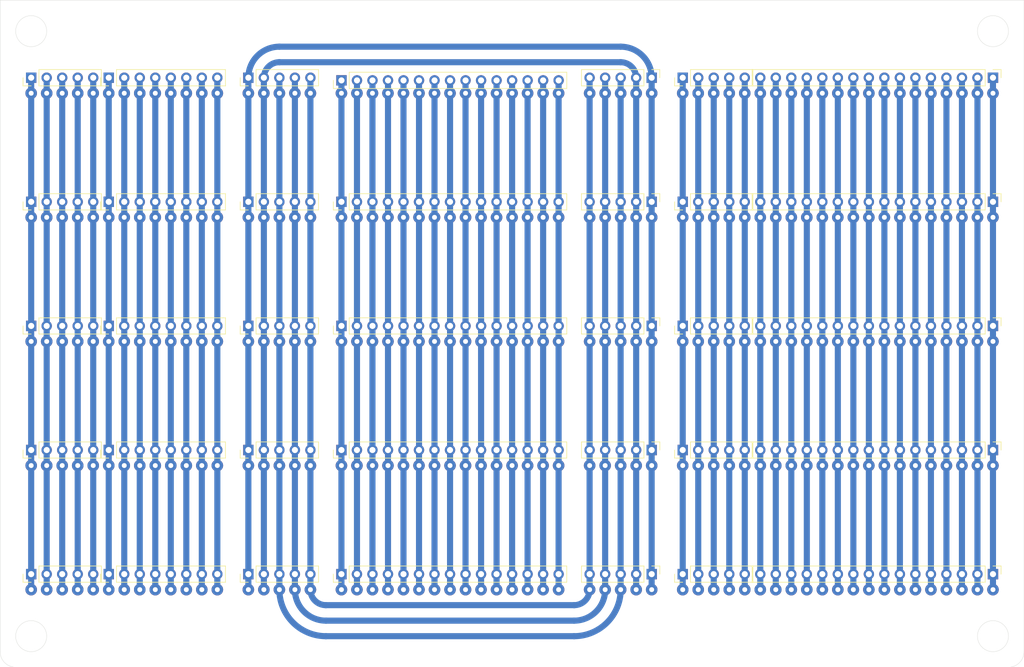
<source format=kicad_pcb>
(kicad_pcb (version 20241229) (generator "pcbnew") (generator_version "9.0")
  (layers (0 "F.Cu" signal) (2 "B.Cu" signal) (13 "F.Paste" user) (15 "B.Paste" user) (5 "F.SilkS" user "F.Silkscreen") (7 "B.SilkS" user "B.Silkscreen") (1 "F.Mask" user) (3 "B.Mask" user) (25 "Edge.Cuts" user))
  (net 0 "")
  (net 1 "Net-(J1-Pin_8)")
  (net 2 "Net-(J1-Pin_2)")
  (net 3 "Net-(J1-Pin_7)")
  (net 4 "Net-(J1-Pin_5)")
  (net 5 "Net-(J1-Pin_3)")
  (net 6 "Net-(J1-Pin_6)")
  (net 7 "Net-(J1-Pin_1)")
  (net 8 "Net-(J1-Pin_4)")
  (net 9 "Net-(J11-Pin_9)")
  (net 10 "Net-(J11-Pin_14)")
  (net 11 "Net-(J11-Pin_13)")
  (net 12 "Net-(J11-Pin_5)")
  (net 13 "Net-(J11-Pin_6)")
  (net 14 "Net-(J11-Pin_1)")
  (net 15 "Net-(J11-Pin_7)")
  (net 16 "Net-(J11-Pin_3)")
  (net 17 "Net-(J11-Pin_15)")
  (net 18 "Net-(J11-Pin_10)")
  (net 19 "Net-(J11-Pin_11)")
  (net 20 "Net-(J11-Pin_4)")
  (net 21 "Net-(J11-Pin_12)")
  (net 22 "Net-(J11-Pin_2)")
  (net 23 "Net-(J11-Pin_8)")
  (net 24 "Net-(J14-Pin_3)")
  (net 25 "Net-(J14-Pin_16)")
  (net 26 "Net-(J14-Pin_6)")
  (net 27 "Net-(J14-Pin_12)")
  (net 28 "Net-(J14-Pin_10)")
  (net 29 "Net-(J14-Pin_15)")
  (net 30 "Net-(J14-Pin_2)")
  (net 31 "Net-(J14-Pin_1)")
  (net 32 "Net-(J14-Pin_14)")
  (net 33 "Net-(J14-Pin_9)")
  (net 34 "Net-(J14-Pin_5)")
  (net 35 "Net-(J14-Pin_11)")
  (net 36 "Net-(J14-Pin_13)")
  (net 37 "Net-(J14-Pin_8)")
  (net 38 "Net-(J14-Pin_7)")
  (net 39 "Net-(J14-Pin_4)")
  (net 40 "Net-(J13-Pin_5)")
  (net 41 "Net-(J13-Pin_3)")
  (net 42 "Net-(J13-Pin_2)")
  (net 43 "Net-(J13-Pin_1)")
  (net 44 "Net-(J13-Pin_4)")
  (net 45 "Net-(J10-Pin_3)")
  (net 46 "Net-(J10-Pin_5)")
  (net 47 "Net-(J10-Pin_4)")
  (net 48 "Net-(J10-Pin_1)")
  (net 49 "Net-(J10-Pin_2)")
  (net 50 "Net-(J15-Pin_2)")
  (net 51 "Net-(J15-Pin_1)")
  (net 52 "Net-(J15-Pin_5)")
  (net 53 "Net-(J15-Pin_4)")
  (net 54 "Net-(J15-Pin_3)")
  (footprint "Connector_PinHeader_2.54mm:PinHeader_1x05_P2.54mm_Vertical" (layer "F.Cu") (at 83.82 106.68 90)
    (property "Reference" "J29" (hide yes))
    (property "Value" "Conn_01x05_Pin" (hide yes))
  )
  (footprint "Connector_PinHeader_2.54mm:PinHeader_1x05_P2.54mm_Vertical" (layer "F.Cu") (at 185.415 45.72 -90)
    (property "Reference" "J10" (hide yes))
    (property "Value" "Conn_01x05_Pin" (hide yes))
  )
  (footprint "Connector_PinHeader_2.54mm:PinHeader_1x15_P2.54mm_Vertical" (layer "F.Cu") (at 134.625 86.36 90)
    (property "Reference" "J25" (hide yes))
    (property "Value" "Conn_01x15_Pin" (hide yes))
  )
  (footprint "Connector_PinHeader_2.54mm:PinHeader_1x05_P2.54mm_Vertical" (layer "F.Cu") (at 119.38 86.36 90)
    (property "Reference" "J31" (hide yes))
    (property "Value" "Conn_01x05_Pin" (hide yes))
  )
  (footprint "Connector_PinHeader_2.54mm:PinHeader_1x05_P2.54mm_Vertical" (layer "F.Cu") (at 119.38 45.72 90)
    (property "Reference" "J19" (hide yes))
    (property "Value" "Conn_01x05_Pin" (hide yes))
  )
  (footprint "Connector_PinHeader_2.54mm:PinHeader_1x05_P2.54mm_Vertical" (layer "F.Cu") (at 190.5 86.36 90)
    (property "Reference" "J27" (hide yes))
    (property "Value" "Conn_01x05_Pin" (hide yes))
  )
  (footprint "Connector_PinHeader_2.54mm:PinHeader_1x16_P2.54mm_Vertical" (layer "F.Cu") (at 241.3 66.04 -90)
    (property "Reference" "J21" (hide yes))
    (property "Value" "Conn_01x16_Pin" (hide yes))
  )
  (footprint "Connector_PinHeader_2.54mm:PinHeader_1x05_P2.54mm_Vertical" (layer "F.Cu") (at 190.5 127 90)
    (property "Reference" "J4" (hide yes))
    (property "Value" "Conn_01x05_Pin" (hide yes))
  )
  (footprint "Connector_PinHeader_2.54mm:PinHeader_1x05_P2.54mm_Vertical" (layer "F.Cu") (at 119.38 106.68 90)
    (property "Reference" "J33" (hide yes))
    (property "Value" "Conn_01x05_Pin" (hide yes))
  )
  (footprint "Connector_PinHeader_2.54mm:PinHeader_1x15_P2.54mm_Vertical" (layer "F.Cu") (at 134.625 46.155 90)
    (property "Reference" "J11" (hide yes))
    (property "Value" "Conn_01x15_Pin" (hide yes))
  )
  (footprint "Connector_PinHeader_2.54mm:PinHeader_1x05_P2.54mm_Vertical" (layer "F.Cu") (at 190.5 106.68 90)
    (property "Reference" "J34" (hide yes))
    (property "Value" "Conn_01x05_Pin" (hide yes))
  )
  (footprint "Connector_PinHeader_2.54mm:PinHeader_1x08_P2.54mm_Vertical" (layer "F.Cu") (at 96.52 86.36 90)
    (property "Reference" "J23" (hide yes))
    (property "Value" "Conn_01x08_Pin" (hide yes))
  )
  (footprint "Connector_PinHeader_2.54mm:PinHeader_1x05_P2.54mm_Vertical" (layer "F.Cu") (at 83.82 66.04 90)
    (property "Reference" "J15" (hide yes))
    (property "Value" "Conn_01x05_Pin" (hide yes))
  )
  (footprint "Connector_PinHeader_2.54mm:PinHeader_1x05_P2.54mm_Vertical" (layer "F.Cu") (at 119.38 66.04 90)
    (property "Reference" "J26" (hide yes))
    (property "Value" "Conn_01x05_Pin" (hide yes))
  )
  (footprint "Connector_PinHeader_2.54mm:PinHeader_1x05_P2.54mm_Vertical" (layer "F.Cu") (at 190.5 66.04 90)
    (property "Reference" "J20" (hide yes))
    (property "Value" "Conn_01x05_Pin" (hide yes))
  )
  (footprint "Connector_PinHeader_2.54mm:PinHeader_1x16_P2.54mm_Vertical" (layer "F.Cu") (at 241.3 45.72 -90)
    (property "Reference" "J14" (hide yes))
    (property "Value" "Conn_01x16_Pin" (hide yes))
  )
  (footprint "Connector_PinHeader_2.54mm:PinHeader_1x15_P2.54mm_Vertical" (layer "F.Cu") (at 134.62 127 90)
    (property "Reference" "J2" (hide yes))
    (property "Value" "Conn_01x15_Pin" (hide yes))
  )
  (footprint "Connector_PinHeader_2.54mm:PinHeader_1x08_P2.54mm_Vertical" (layer "F.Cu") (at 96.52 45.72 90)
    (property "Reference" "J9" (hide yes))
    (property "Value" "Conn_01x08_Pin" (hide yes))
  )
  (footprint "Connector_PinHeader_2.54mm:PinHeader_1x05_P2.54mm_Vertical" (layer "F.Cu") (at 185.415 66.04 -90)
    (property "Reference" "J12" (hide yes))
    (property "Value" "Conn_01x05_Pin" (hide yes))
  )
  (footprint "Connector_PinHeader_2.54mm:PinHeader_1x05_P2.54mm_Vertical" (layer "F.Cu") (at 83.82 86.36 90)
    (property "Reference" "J22" (hide yes))
    (property "Value" "Conn_01x05_Pin" (hide yes))
  )
  (footprint "Connector_PinHeader_2.54mm:PinHeader_1x08_P2.54mm_Vertical" (layer "F.Cu") (at 96.52 106.68 90)
    (property "Reference" "J30" (hide yes))
    (property "Value" "Conn_01x08_Pin" (hide yes))
  )
  (footprint "Connector_PinHeader_2.54mm:PinHeader_1x05_P2.54mm_Vertical" (layer "F.Cu") (at 83.82 45.72 90)
    (property "Reference" "J8" (hide yes))
    (property "Value" "Conn_01x05_Pin" (hide yes))
  )
  (footprint "Connector_PinHeader_2.54mm:PinHeader_1x05_P2.54mm_Vertical" (layer "F.Cu") (at 119.38 127 90)
    (property "Reference" "J5" (hide yes))
    (property "Value" "Conn_01x05_Pin" (hide yes))
  )
  (footprint "Connector_PinHeader_2.54mm:PinHeader_1x16_P2.54mm_Vertical" (layer "F.Cu") (at 241.3 106.68 -90)
    (property "Reference" "J35" (hide yes))
    (property "Value" "Conn_01x16_Pin" (hide yes))
  )
  (footprint "Connector_PinHeader_2.54mm:PinHeader_1x05_P2.54mm_Vertical" (layer "F.Cu") (at 83.82 127 90)
    (property "Reference" "J7" (hide yes))
    (property "Value" "Conn_01x05_Pin" (hide yes))
  )
  (footprint "Connector_PinHeader_2.54mm:PinHeader_1x15_P2.54mm_Vertical" (layer "F.Cu") (at 134.62 106.68 90)
    (property "Reference" "J32" (hide yes))
    (property "Value" "Conn_01x15_Pin" (hide yes))
  )
  (footprint "Connector_PinHeader_2.54mm:PinHeader_1x15_P2.54mm_Vertical" (layer "F.Cu") (at 134.62 66.04 90)
    (property "Reference" "J18" (hide yes))
    (property "Value" "Conn_01x15_Pin" (hide yes))
  )
  (footprint "Connector_PinHeader_2.54mm:PinHeader_1x16_P2.54mm_Vertical" (layer "F.Cu") (at 241.3 86.36 -90)
    (property "Reference" "J28" (hide yes))
    (property "Value" "Conn_01x16_Pin" (hide yes))
  )
  (footprint "Connector_PinHeader_2.54mm:PinHeader_1x05_P2.54mm_Vertical" (layer "F.Cu") (at 190.5 45.72 90)
    (property "Reference" "J13" (hide yes))
    (property "Value" "Conn_01x05_Pin" (hide yes))
  )
  (footprint "Connector_PinHeader_2.54mm:PinHeader_1x08_P2.54mm_Vertical" (layer "F.Cu") (at 96.52 66.04 90)
    (property "Reference" "J16" (hide yes))
    (property "Value" "Conn_01x08_Pin" (hide yes))
  )
  (footprint "Connector_PinHeader_2.54mm:PinHeader_1x05_P2.54mm_Vertical" (layer "F.Cu") (at 185.42 127 -90)
    (property "Reference" "J6" (hide yes))
    (property "Value" "Conn_01x05_Pin" (hide yes))
  )
  (footprint "Connector_PinHeader_2.54mm:PinHeader_1x16_P2.54mm_Vertical" (layer "F.Cu") (at 241.3 127 -90)
    (property "Reference" "J3" (hide yes))
    (property "Value" "Conn_01x16_Pin" (hide yes))
  )
  (footprint "Connector_PinHeader_2.54mm:PinHeader_1x05_P2.54mm_Vertical" (layer "F.Cu") (at 185.42 106.68 -90)
    (property "Reference" "J24" (hide yes))
    (property "Value" "Conn_01x05_Pin" (hide yes))
  )
  (footprint "Connector_PinHeader_2.54mm:PinHeader_1x05_P2.54mm_Vertical" (layer "F.Cu") (at 185.42 86.36 -90)
    (property "Reference" "J17" (hide yes))
    (property "Value" "Conn_01x05_Pin" (hide yes))
  )
  (footprint "Connector_PinHeader_2.54mm:PinHeader_1x08_P2.54mm_Vertical" (layer "F.Cu") (at 96.52 127 90)
    (property "Reference" "J1" (hide yes))
    (property "Value" "Conn_01x08_Pin" (hide yes))
  )
  (gr_arc (start 81.28 142.24) (mid 79.483949 141.496051) (end 78.74 139.7) (stroke (width 0.05)) (layer "Edge.Cuts"))
  (gr_line (start 243.84 142.24) (end 241.3 142.24) (stroke (width 0.05)) (layer "Edge.Cuts"))
  (gr_line (start 78.74 134.62) (end 78.74 139.7) (stroke (width 0.05)) (layer "Edge.Cuts"))
  (gr_circle (center 83.82 137.16) (end 81.28 137.16) (stroke (width 0.05)) (fill no) (layer "Edge.Cuts"))
  (gr_line (start 78.74 35.56) (end 78.74 134.62) (stroke (width 0.05)) (layer "Edge.Cuts"))
  (gr_line (start 78.74 35.56) (end 78.74 33.02) (stroke (width 0.05)) (layer "Edge.Cuts"))
  (gr_line (start 81.28 142.24) (end 241.3 142.24) (stroke (width 0.05)) (layer "Edge.Cuts"))
  (gr_circle (center 241.3 38.1) (end 238.76 38.1) (stroke (width 0.05)) (fill no) (layer "Edge.Cuts"))
  (gr_line (start 246.38 35.56) (end 246.38 76.2) (stroke (width 0.05)) (layer "Edge.Cuts"))
  (gr_circle (center 241.3 137.16) (end 238.76 137.16) (stroke (width 0.05)) (fill no) (layer "Edge.Cuts"))
  (gr_line (start 78.74 33.02) (end 246.38 33.02) (stroke (width 0.05)) (layer "Edge.Cuts"))
  (gr_line (start 246.38 76.2) (end 246.38 139.7) (stroke (width 0.05)) (layer "Edge.Cuts"))
  (gr_circle (center 83.82 38.1) (end 81.28 38.1) (stroke (width 0.05)) (fill no) (layer "Edge.Cuts"))
  (gr_arc (start 246.38 139.7) (mid 245.636051 141.496051) (end 243.84 142.24) (stroke (width 0.05)) (layer "Edge.Cuts"))
  (gr_line (start 246.38 33.02) (end 246.38 35.56) (stroke (width 0.05)) (layer "Edge.Cuts"))
  (via (at 114.3 68.58) (size 1.9) (drill 0.8) (layers "F.Cu" "B.Cu") (net 1))
  (via (at 114.3 48.26) (size 1.9) (drill 0.8) (layers "F.Cu" "B.Cu") (net 1))
  (via (at 114.3 88.9) (size 1.9) (drill 0.8) (layers "F.Cu" "B.Cu") (net 1))
  (via (at 114.3 109.22) (size 1.9) (drill 0.8) (layers "F.Cu" "B.Cu") (net 1))
  (via (at 114.3 129.54) (size 1.9) (drill 0.8) (layers "F.Cu" "B.Cu") (net 1))
  (segment (start 114.3 129.54) (end 114.3 45.72) (width 1) (layer "B.Cu") (net 1))
  (via (at 99.06 88.9) (size 1.9) (drill 0.8) (layers "F.Cu" "B.Cu") (net 2))
  (via (at 99.06 48.26) (size 1.9) (drill 0.8) (layers "F.Cu" "B.Cu") (net 2))
  (via (at 99.06 68.58) (size 1.9) (drill 0.8) (layers "F.Cu" "B.Cu") (net 2))
  (via (at 99.06 129.54) (size 1.9) (drill 0.8) (layers "F.Cu" "B.Cu") (net 2))
  (via (at 99.06 109.22) (size 1.9) (drill 0.8) (layers "F.Cu" "B.Cu") (net 2))
  (segment (start 99.06 129.54) (end 99.06 45.72) (width 1) (layer "B.Cu") (net 2))
  (via (at 111.76 48.26) (size 1.9) (drill 0.8) (layers "F.Cu" "B.Cu") (net 3))
  (via (at 111.76 129.54) (size 1.9) (drill 0.8) (layers "F.Cu" "B.Cu") (net 3))
  (via (at 111.76 88.9) (size 1.9) (drill 0.8) (layers "F.Cu" "B.Cu") (net 3))
  (via (at 111.76 109.22) (size 1.9) (drill 0.8) (layers "F.Cu" "B.Cu") (net 3))
  (via (at 111.76 68.58) (size 1.9) (drill 0.8) (layers "F.Cu" "B.Cu") (net 3))
  (segment (start 111.76 45.72) (end 111.76 129.54) (width 1) (layer "B.Cu") (net 3))
  (via (at 106.68 88.9) (size 1.9) (drill 0.8) (layers "F.Cu" "B.Cu") (net 4))
  (via (at 106.68 68.58) (size 1.9) (drill 0.8) (layers "F.Cu" "B.Cu") (net 4))
  (via (at 106.68 129.54) (size 1.9) (drill 0.8) (layers "F.Cu" "B.Cu") (net 4))
  (via (at 106.68 109.22) (size 1.9) (drill 0.8) (layers "F.Cu" "B.Cu") (net 4))
  (via (at 106.68 48.26) (size 1.9) (drill 0.8) (layers "F.Cu" "B.Cu") (net 4))
  (segment (start 106.68 45.72) (end 106.68 129.54) (width 1) (layer "B.Cu") (net 4))
  (via (at 101.6 88.9) (size 1.9) (drill 0.8) (layers "F.Cu" "B.Cu") (net 5))
  (via (at 101.6 68.58) (size 1.9) (drill 0.8) (layers "F.Cu" "B.Cu") (net 5))
  (via (at 101.6 129.54) (size 1.9) (drill 0.8) (layers "F.Cu" "B.Cu") (net 5))
  (via (at 101.6 48.26) (size 1.9) (drill 0.8) (layers "F.Cu" "B.Cu") (net 5))
  (via (at 101.6 109.22) (size 1.9) (drill 0.8) (layers "F.Cu" "B.Cu") (net 5))
  (segment (start 101.6 45.72) (end 101.6 129.54) (width 1) (layer "B.Cu") (net 5))
  (via (at 109.22 48.26) (size 1.9) (drill 0.8) (layers "F.Cu" "B.Cu") (net 6))
  (via (at 109.22 68.58) (size 1.9) (drill 0.8) (layers "F.Cu" "B.Cu") (net 6))
  (via (at 109.22 88.9) (size 1.9) (drill 0.8) (layers "F.Cu" "B.Cu") (net 6))
  (via (at 109.22 109.22) (size 1.9) (drill 0.8) (layers "F.Cu" "B.Cu") (net 6))
  (via (at 109.22 129.54) (size 1.9) (drill 0.8) (layers "F.Cu" "B.Cu") (net 6))
  (segment (start 109.22 129.54) (end 109.22 45.72) (width 1) (layer "B.Cu") (net 6))
  (via (at 96.52 109.22) (size 1.9) (drill 0.8) (layers "F.Cu" "B.Cu") (net 7))
  (via (at 96.52 129.54) (size 1.9) (drill 0.8) (layers "F.Cu" "B.Cu") (net 7))
  (via (at 96.52 68.58) (size 1.9) (drill 0.8) (layers "F.Cu" "B.Cu") (net 7))
  (via (at 96.52 88.9) (size 1.9) (drill 0.8) (layers "F.Cu" "B.Cu") (net 7))
  (via (at 96.52 48.26) (size 1.9) (drill 0.8) (layers "F.Cu" "B.Cu") (net 7))
  (segment (start 96.52 45.72) (end 96.52 129.54) (width 1) (layer "B.Cu") (net 7))
  (via (at 104.14 88.9) (size 1.9) (drill 0.8) (layers "F.Cu" "B.Cu") (net 8))
  (via (at 104.14 129.54) (size 1.9) (drill 0.8) (layers "F.Cu" "B.Cu") (net 8))
  (via (at 104.14 68.58) (size 1.9) (drill 0.8) (layers "F.Cu" "B.Cu") (net 8))
  (via (at 104.14 48.26) (size 1.9) (drill 0.8) (layers "F.Cu" "B.Cu") (net 8))
  (via (at 104.14 109.22) (size 1.9) (drill 0.8) (layers "F.Cu" "B.Cu") (net 8))
  (segment (start 104.14 129.54) (end 104.14 45.72) (width 1) (layer "B.Cu") (net 8))
  (via (at 154.94 129.54) (size 1.9) (drill 0.8) (layers "F.Cu" "B.Cu") (net 9))
  (via (at 154.94 68.58) (size 1.9) (drill 0.8) (layers "F.Cu" "B.Cu") (net 9))
  (via (at 154.94 88.9) (size 1.9) (drill 0.8) (layers "F.Cu" "B.Cu") (net 9))
  (via (at 154.94 109.22) (size 1.9) (drill 0.8) (layers "F.Cu" "B.Cu") (net 9))
  (via (at 154.94 48.26) (size 1.9) (drill 0.8) (layers "F.Cu" "B.Cu") (net 9))
  (segment (start 154.94 46.16) (end 154.945 46.155) (width 1) (layer "B.Cu") (net 9))
  (segment (start 154.94 129.54) (end 154.94 46.16) (width 1) (layer "B.Cu") (net 9))
  (via (at 167.64 88.9) (size 1.9) (drill 0.8) (layers "F.Cu" "B.Cu") (net 10))
  (via (at 167.64 129.54) (size 1.9) (drill 0.8) (layers "F.Cu" "B.Cu") (net 10))
  (via (at 167.64 48.26) (size 1.9) (drill 0.8) (layers "F.Cu" "B.Cu") (net 10))
  (via (at 167.64 68.58) (size 1.9) (drill 0.8) (layers "F.Cu" "B.Cu") (net 10))
  (via (at 167.64 109.22) (size 1.9) (drill 0.8) (layers "F.Cu" "B.Cu") (net 10))
  (segment (start 167.645 129.535) (end 167.64 129.54) (width 1) (layer "B.Cu") (net 10))
  (segment (start 167.645 46.155) (end 167.645 129.535) (width 1) (layer "B.Cu") (net 10))
  (via (at 165.1 109.22) (size 1.9) (drill 0.8) (layers "F.Cu" "B.Cu") (net 11))
  (via (at 165.1 129.54) (size 1.9) (drill 0.8) (layers "F.Cu" "B.Cu") (net 11))
  (via (at 165.1 88.9) (size 1.9) (drill 0.8) (layers "F.Cu" "B.Cu") (net 11))
  (via (at 165.1 48.26) (size 1.9) (drill 0.8) (layers "F.Cu" "B.Cu") (net 11))
  (via (at 165.1 68.58) (size 1.9) (drill 0.8) (layers "F.Cu" "B.Cu") (net 11))
  (segment (start 165.1 129.54) (end 165.1 46.16) (width 1) (layer "B.Cu") (net 11))
  (segment (start 165.1 46.16) (end 165.105 46.155) (width 1) (layer "B.Cu") (net 11))
  (via (at 144.78 88.9) (size 1.9) (drill 0.8) (layers "F.Cu" "B.Cu") (net 12))
  (via (at 144.78 48.26) (size 1.9) (drill 0.8) (layers "F.Cu" "B.Cu") (net 12))
  (via (at 144.78 129.54) (size 1.9) (drill 0.8) (layers "F.Cu" "B.Cu") (net 12))
  (via (at 144.78 68.58) (size 1.9) (drill 0.8) (layers "F.Cu" "B.Cu") (net 12))
  (via (at 144.78 109.22) (size 1.9) (drill 0.8) (layers "F.Cu" "B.Cu") (net 12))
  (segment (start 144.78 129.54) (end 144.78 46.16) (width 1) (layer "B.Cu") (net 12))
  (segment (start 144.78 46.16) (end 144.785 46.155) (width 1) (layer "B.Cu") (net 12))
  (via (at 147.32 129.54) (size 1.9) (drill 0.8) (layers "F.Cu" "B.Cu") (net 13))
  (via (at 147.32 109.22) (size 1.9) (drill 0.8) (layers "F.Cu" "B.Cu") (net 13))
  (via (at 147.32 48.26) (size 1.9) (drill 0.8) (layers "F.Cu" "B.Cu") (net 13))
  (via (at 147.32 68.58) (size 1.9) (drill 0.8) (layers "F.Cu" "B.Cu") (net 13))
  (via (at 147.32 88.9) (size 1.9) (drill 0.8) (layers "F.Cu" "B.Cu") (net 13))
  (segment (start 147.325 46.155) (end 147.325 129.535) (width 1) (layer "B.Cu") (net 13))
  (segment (start 147.325 129.535) (end 147.32 129.54) (width 1) (layer "B.Cu") (net 13))
  (via (at 134.62 109.22) (size 1.9) (drill 0.8) (layers "F.Cu" "B.Cu") (net 14))
  (via (at 134.62 68.58) (size 1.9) (drill 0.8) (layers "F.Cu" "B.Cu") (net 14))
  (via (at 134.62 129.54) (size 1.9) (drill 0.8) (layers "F.Cu" "B.Cu") (net 14))
  (via (at 134.62 88.9) (size 1.9) (drill 0.8) (layers "F.Cu" "B.Cu") (net 14))
  (via (at 134.62 48.26) (size 1.9) (drill 0.8) (layers "F.Cu" "B.Cu") (net 14))
  (segment (start 134.62 129.54) (end 134.62 46.16) (width 1) (layer "B.Cu") (net 14))
  (segment (start 134.62 46.16) (end 134.625 46.155) (width 1) (layer "B.Cu") (net 14))
  (via (at 149.86 109.22) (size 1.9) (drill 0.8) (layers "F.Cu" "B.Cu") (net 15))
  (via (at 149.86 129.54) (size 1.9) (drill 0.8) (layers "F.Cu" "B.Cu") (net 15))
  (via (at 149.86 48.26) (size 1.9) (drill 0.8) (layers "F.Cu" "B.Cu") (net 15))
  (via (at 149.86 68.58) (size 1.9) (drill 0.8) (layers "F.Cu" "B.Cu") (net 15))
  (via (at 149.86 88.9) (size 1.9) (drill 0.8) (layers "F.Cu" "B.Cu") (net 15))
  (segment (start 149.86 129.54) (end 149.86 46.16) (width 1) (layer "B.Cu") (net 15))
  (segment (start 149.86 46.16) (end 149.865 46.155) (width 1) (layer "B.Cu") (net 15))
  (via (at 139.7 88.9) (size 1.9) (drill 0.8) (layers "F.Cu" "B.Cu") (net 16))
  (via (at 139.7 109.22) (size 1.9) (drill 0.8) (layers "F.Cu" "B.Cu") (net 16))
  (via (at 139.7 129.54) (size 1.9) (drill 0.8) (layers "F.Cu" "B.Cu") (net 16))
  (via (at 139.7 68.58) (size 1.9) (drill 0.8) (layers "F.Cu" "B.Cu") (net 16))
  (via (at 139.7 48.26) (size 1.9) (drill 0.8) (layers "F.Cu" "B.Cu") (net 16))
  (segment (start 139.7 46.16) (end 139.705 46.155) (width 1) (layer "B.Cu") (net 16))
  (segment (start 139.7 129.54) (end 139.7 46.16) (width 1) (layer "B.Cu") (net 16))
  (via (at 170.18 129.54) (size 1.9) (drill 0.8) (layers "F.Cu" "B.Cu") (net 17))
  (via (at 170.18 109.22) (size 1.9) (drill 0.8) (layers "F.Cu" "B.Cu") (net 17))
  (via (at 170.18 48.26) (size 1.9) (drill 0.8) (layers "F.Cu" "B.Cu") (net 17))
  (via (at 170.18 68.58) (size 1.9) (drill 0.8) (layers "F.Cu" "B.Cu") (net 17))
  (via (at 170.18 88.9) (size 1.9) (drill 0.8) (layers "F.Cu" "B.Cu") (net 17))
  (segment (start 170.18 46.16) (end 170.185 46.155) (width 1) (layer "B.Cu") (net 17))
  (segment (start 170.18 129.54) (end 170.18 46.16) (width 1) (layer "B.Cu") (net 17))
  (via (at 157.48 129.54) (size 1.9) (drill 0.8) (layers "F.Cu" "B.Cu") (net 18))
  (via (at 157.48 88.9) (size 1.9) (drill 0.8) (layers "F.Cu" "B.Cu") (net 18))
  (via (at 157.48 109.22) (size 1.9) (drill 0.8) (layers "F.Cu" "B.Cu") (net 18))
  (via (at 157.48 48.26) (size 1.9) (drill 0.8) (layers "F.Cu" "B.Cu") (net 18))
  (via (at 157.48 68.58) (size 1.9) (drill 0.8) (layers "F.Cu" "B.Cu") (net 18))
  (segment (start 157.485 46.155) (end 157.485 129.535) (width 1) (layer "B.Cu") (net 18))
  (segment (start 157.485 129.535) (end 157.48 129.54) (width 1) (layer "B.Cu") (net 18))
  (via (at 160.02 109.22) (size 1.9) (drill 0.8) (layers "F.Cu" "B.Cu") (net 19))
  (via (at 160.02 129.54) (size 1.9) (drill 0.8) (layers "F.Cu" "B.Cu") (net 19))
  (via (at 160.02 88.9) (size 1.9) (drill 0.8) (layers "F.Cu" "B.Cu") (net 19))
  (via (at 160.02 68.58) (size 1.9) (drill 0.8) (layers "F.Cu" "B.Cu") (net 19))
  (via (at 160.02 48.26) (size 1.9) (drill 0.8) (layers "F.Cu" "B.Cu") (net 19))
  (segment (start 160.02 129.54) (end 160.02 46.16) (width 1) (layer "B.Cu") (net 19))
  (segment (start 160.02 46.16) (end 160.025 46.155) (width 1) (layer "B.Cu") (net 19))
  (via (at 142.24 68.58) (size 1.9) (drill 0.8) (layers "F.Cu" "B.Cu") (net 20))
  (via (at 142.24 48.26) (size 1.9) (drill 0.8) (layers "F.Cu" "B.Cu") (net 20))
  (via (at 142.24 129.54) (size 1.9) (drill 0.8) (layers "F.Cu" "B.Cu") (net 20))
  (via (at 142.24 88.9) (size 1.9) (drill 0.8) (layers "F.Cu" "B.Cu") (net 20))
  (via (at 142.24 109.22) (size 1.9) (drill 0.8) (layers "F.Cu" "B.Cu") (net 20))
  (segment (start 142.245 46.155) (end 142.245 129.535) (width 1) (layer "B.Cu") (net 20))
  (segment (start 142.245 129.535) (end 142.24 129.54) (width 1) (layer "B.Cu") (net 20))
  (via (at 162.56 129.54) (size 1.9) (drill 0.8) (layers "F.Cu" "B.Cu") (net 21))
  (via (at 162.56 109.22) (size 1.9) (drill 0.8) (layers "F.Cu" "B.Cu") (net 21))
  (via (at 162.56 68.58) (size 1.9) (drill 0.8) (layers "F.Cu" "B.Cu") (net 21))
  (via (at 162.56 48.26) (size 1.9) (drill 0.8) (layers "F.Cu" "B.Cu") (net 21))
  (via (at 162.56 88.9) (size 1.9) (drill 0.8) (layers "F.Cu" "B.Cu") (net 21))
  (segment (start 162.565 46.155) (end 162.565 129.535) (width 1) (layer "B.Cu") (net 21))
  (segment (start 162.565 129.535) (end 162.56 129.54) (width 1) (layer "B.Cu") (net 21))
  (via (at 137.16 88.9) (size 1.9) (drill 0.8) (layers "F.Cu" "B.Cu") (net 22))
  (via (at 137.16 109.22) (size 1.9) (drill 0.8) (layers "F.Cu" "B.Cu") (net 22))
  (via (at 137.16 129.54) (size 1.9) (drill 0.8) (layers "F.Cu" "B.Cu") (net 22))
  (via (at 137.16 68.58) (size 1.9) (drill 0.8) (layers "F.Cu" "B.Cu") (net 22))
  (via (at 137.16 48.26) (size 1.9) (drill 0.8) (layers "F.Cu" "B.Cu") (net 22))
  (segment (start 137.165 46.155) (end 137.165 129.535) (width 1) (layer "B.Cu") (net 22))
  (segment (start 137.165 129.535) (end 137.16 129.54) (width 1) (layer "B.Cu") (net 22))
  (via (at 152.4 48.26) (size 1.9) (drill 0.8) (layers "F.Cu" "B.Cu") (net 23))
  (via (at 152.4 109.22) (size 1.9) (drill 0.8) (layers "F.Cu" "B.Cu") (net 23))
  (via (at 152.4 88.9) (size 1.9) (drill 0.8) (layers "F.Cu" "B.Cu") (net 23))
  (via (at 152.4 68.58) (size 1.9) (drill 0.8) (layers "F.Cu" "B.Cu") (net 23))
  (via (at 152.4 129.54) (size 1.9) (drill 0.8) (layers "F.Cu" "B.Cu") (net 23))
  (segment (start 152.405 46.155) (end 152.405 129.535) (width 1) (layer "B.Cu") (net 23))
  (segment (start 152.405 129.535) (end 152.4 129.54) (width 1) (layer "B.Cu") (net 23))
  (via (at 236.22 88.9) (size 1.9) (drill 0.8) (layers "F.Cu" "B.Cu") (net 24))
  (via (at 236.22 68.58) (size 1.9) (drill 0.8) (layers "F.Cu" "B.Cu") (net 24))
  (via (at 236.22 129.54) (size 1.9) (drill 0.8) (layers "F.Cu" "B.Cu") (net 24))
  (via (at 236.22 48.26) (size 1.9) (drill 0.8) (layers "F.Cu" "B.Cu") (net 24))
  (via (at 236.22 109.22) (size 1.9) (drill 0.8) (layers "F.Cu" "B.Cu") (net 24))
  (segment (start 236.22 45.72) (end 236.22 129.54) (width 1) (layer "B.Cu") (net 24))
  (via (at 203.2 88.9) (size 1.9) (drill 0.8) (layers "F.Cu" "B.Cu") (net 25))
  (via (at 203.2 129.54) (size 1.9) (drill 0.8) (layers "F.Cu" "B.Cu") (net 25))
  (via (at 203.2 109.22) (size 1.9) (drill 0.8) (layers "F.Cu" "B.Cu") (net 25))
  (via (at 203.2 68.58) (size 1.9) (drill 0.8) (layers "F.Cu" "B.Cu") (net 25))
  (via (at 203.2 48.26) (size 1.9) (drill 0.8) (layers "F.Cu" "B.Cu") (net 25))
  (segment (start 203.2 45.72) (end 203.2 129.54) (width 1) (layer "B.Cu") (net 25))
  (via (at 228.6 129.54) (size 1.9) (drill 0.8) (layers "F.Cu" "B.Cu") (net 26))
  (via (at 228.6 68.58) (size 1.9) (drill 0.8) (layers "F.Cu" "B.Cu") (net 26))
  (via (at 228.6 88.9) (size 1.9) (drill 0.8) (layers "F.Cu" "B.Cu") (net 26))
  (via (at 228.6 109.22) (size 1.9) (drill 0.8) (layers "F.Cu" "B.Cu") (net 26))
  (via (at 228.6 48.26) (size 1.9) (drill 0.8) (layers "F.Cu" "B.Cu") (net 26))
  (segment (start 228.6 45.72) (end 228.6 129.54) (width 1) (layer "B.Cu") (net 26))
  (via (at 213.36 88.9) (size 1.9) (drill 0.8) (layers "F.Cu" "B.Cu") (net 27))
  (via (at 213.36 48.26) (size 1.9) (drill 0.8) (layers "F.Cu" "B.Cu") (net 27))
  (via (at 213.36 68.58) (size 1.9) (drill 0.8) (layers "F.Cu" "B.Cu") (net 27))
  (via (at 213.36 109.22) (size 1.9) (drill 0.8) (layers "F.Cu" "B.Cu") (net 27))
  (via (at 213.36 129.54) (size 1.9) (drill 0.8) (layers "F.Cu" "B.Cu") (net 27))
  (segment (start 213.36 45.72) (end 213.36 129.54) (width 1) (layer "B.Cu") (net 27))
  (via (at 218.44 88.9) (size 1.9) (drill 0.8) (layers "F.Cu" "B.Cu") (net 28))
  (via (at 218.44 48.26) (size 1.9) (drill 0.8) (layers "F.Cu" "B.Cu") (net 28))
  (via (at 218.44 109.22) (size 1.9) (drill 0.8) (layers "F.Cu" "B.Cu") (net 28))
  (via (at 218.44 129.54) (size 1.9) (drill 0.8) (layers "F.Cu" "B.Cu") (net 28))
  (via (at 218.44 68.58) (size 1.9) (drill 0.8) (layers "F.Cu" "B.Cu") (net 28))
  (segment (start 218.44 45.72) (end 218.44 129.54) (width 1) (layer "B.Cu") (net 28))
  (via (at 205.74 88.9) (size 1.9) (drill 0.8) (layers "F.Cu" "B.Cu") (net 29))
  (via (at 205.74 129.54) (size 1.9) (drill 0.8) (layers "F.Cu" "B.Cu") (net 29))
  (via (at 205.74 109.22) (size 1.9) (drill 0.8) (layers "F.Cu" "B.Cu") (net 29))
  (via (at 205.74 48.26) (size 1.9) (drill 0.8) (layers "F.Cu" "B.Cu") (net 29))
  (via (at 205.74 68.58) (size 1.9) (drill 0.8) (layers "F.Cu" "B.Cu") (net 29))
  (segment (start 205.74 129.54) (end 205.74 45.72) (width 1) (layer "B.Cu") (net 29))
  (via (at 238.76 88.9) (size 1.9) (drill 0.8) (layers "F.Cu" "B.Cu") (net 30))
  (via (at 238.76 68.58) (size 1.9) (drill 0.8) (layers "F.Cu" "B.Cu") (net 30))
  (via (at 238.76 109.22) (size 1.9) (drill 0.8) (layers "F.Cu" "B.Cu") (net 30))
  (via (at 238.76 129.54) (size 1.9) (drill 0.8) (layers "F.Cu" "B.Cu") (net 30))
  (via (at 238.76 48.26) (size 1.9) (drill 0.8) (layers "F.Cu" "B.Cu") (net 30))
  (segment (start 238.76 129.54) (end 238.76 45.72) (width 1) (layer "B.Cu") (net 30))
  (via (at 241.3 48.26) (size 1.9) (drill 0.8) (layers "F.Cu" "B.Cu") (net 31))
  (via (at 241.3 109.22) (size 1.9) (drill 0.8) (layers "F.Cu" "B.Cu") (net 31))
  (via (at 241.3 129.54) (size 1.9) (drill 0.8) (layers "F.Cu" "B.Cu") (net 31))
  (via (at 241.3 68.58) (size 1.9) (drill 0.8) (layers "F.Cu" "B.Cu") (net 31))
  (via (at 241.3 88.9) (size 1.9) (drill 0.8) (layers "F.Cu" "B.Cu") (net 31))
  (segment (start 241.3 129.54) (end 241.3 127) (width 1) (layer "B.Cu") (net 31))
  (segment (start 241.3 45.72) (end 241.3 127) (width 1) (layer "B.Cu") (net 31))
  (via (at 208.28 129.54) (size 1.9) (drill 0.8) (layers "F.Cu" "B.Cu") (net 32))
  (via (at 208.28 48.26) (size 1.9) (drill 0.8) (layers "F.Cu" "B.Cu") (net 32))
  (via (at 208.28 109.22) (size 1.9) (drill 0.8) (layers "F.Cu" "B.Cu") (net 32))
  (via (at 208.28 68.58) (size 1.9) (drill 0.8) (layers "F.Cu" "B.Cu") (net 32))
  (via (at 208.28 88.9) (size 1.9) (drill 0.8) (layers "F.Cu" "B.Cu") (net 32))
  (segment (start 208.28 45.72) (end 208.28 129.54) (width 1) (layer "B.Cu") (net 32))
  (via (at 220.98 109.22) (size 1.9) (drill 0.8) (layers "F.Cu" "B.Cu") (net 33))
  (via (at 220.98 129.54) (size 1.9) (drill 0.8) (layers "F.Cu" "B.Cu") (net 33))
  (via (at 220.98 48.26) (size 1.9) (drill 0.8) (layers "F.Cu" "B.Cu") (net 33))
  (via (at 220.98 88.9) (size 1.9) (drill 0.8) (layers "F.Cu" "B.Cu") (net 33))
  (via (at 220.98 68.58) (size 1.9) (drill 0.8) (layers "F.Cu" "B.Cu") (net 33))
  (segment (start 220.98 129.54) (end 220.98 45.72) (width 1) (layer "B.Cu") (net 33))
  (via (at 231.14 129.54) (size 1.9) (drill 0.8) (layers "F.Cu" "B.Cu") (net 34))
  (via (at 231.14 48.26) (size 1.9) (drill 0.8) (layers "F.Cu" "B.Cu") (net 34))
  (via (at 231.14 68.58) (size 1.9) (drill 0.8) (layers "F.Cu" "B.Cu") (net 34))
  (via (at 231.14 88.9) (size 1.9) (drill 0.8) (layers "F.Cu" "B.Cu") (net 34))
  (via (at 231.14 109.22) (size 1.9) (drill 0.8) (layers "F.Cu" "B.Cu") (net 34))
  (segment (start 231.14 129.54) (end 231.14 45.72) (width 1) (layer "B.Cu") (net 34))
  (via (at 215.9 129.54) (size 1.9) (drill 0.8) (layers "F.Cu" "B.Cu") (net 35))
  (via (at 215.9 68.58) (size 1.9) (drill 0.8) (layers "F.Cu" "B.Cu") (net 35))
  (via (at 215.9 48.26) (size 1.9) (drill 0.8) (layers "F.Cu" "B.Cu") (net 35))
  (via (at 215.9 88.9) (size 1.9) (drill 0.8) (layers "F.Cu" "B.Cu") (net 35))
  (via (at 215.9 109.22) (size 1.9) (drill 0.8) (layers "F.Cu" "B.Cu") (net 35))
  (segment (start 215.9 129.54) (end 215.9 45.72) (width 1) (layer "B.Cu") (net 35))
  (via (at 210.82 68.58) (size 1.9) (drill 0.8) (layers "F.Cu" "B.Cu") (net 36))
  (via (at 210.82 88.9) (size 1.9) (drill 0.8) (layers "F.Cu" "B.Cu") (net 36))
  (via (at 210.82 129.54) (size 1.9) (drill 0.8) (layers "F.Cu" "B.Cu") (net 36))
  (via (at 210.82 48.26) (size 1.9) (drill 0.8) (layers "F.Cu" "B.Cu") (net 36))
  (via (at 210.82 109.22) (size 1.9) (drill 0.8) (layers "F.Cu" "B.Cu") (net 36))
  (segment (start 210.82 129.54) (end 210.82 45.72) (width 1) (layer "B.Cu") (net 36))
  (via (at 223.52 48.26) (size 1.9) (drill 0.8) (layers "F.Cu" "B.Cu") (net 37))
  (via (at 223.52 129.54) (size 1.9) (drill 0.8) (layers "F.Cu" "B.Cu") (net 37))
  (via (at 223.52 88.9) (size 1.9) (drill 0.8) (layers "F.Cu" "B.Cu") (net 37))
  (via (at 223.52 68.58) (size 1.9) (drill 0.8) (layers "F.Cu" "B.Cu") (net 37))
  (via (at 223.52 109.22) (size 1.9) (drill 0.8) (layers "F.Cu" "B.Cu") (net 37))
  (segment (start 223.52 45.72) (end 223.52 127) (width 1) (layer "B.Cu") (net 37))
  (segment (start 223.52 129.54) (end 223.52 127) (width 1) (layer "B.Cu") (net 37))
  (via (at 226.06 109.22) (size 1.9) (drill 0.8) (layers "F.Cu" "B.Cu") (net 38))
  (via (at 226.06 48.26) (size 1.9) (drill 0.8) (layers "F.Cu" "B.Cu") (net 38))
  (via (at 226.06 88.9) (size 1.9) (drill 0.8) (layers "F.Cu" "B.Cu") (net 38))
  (via (at 226.06 68.58) (size 1.9) (drill 0.8) (layers "F.Cu" "B.Cu") (net 38))
  (via (at 226.06 129.54) (size 1.9) (drill 0.8) (layers "F.Cu" "B.Cu") (net 38))
  (segment (start 226.06 129.54) (end 226.06 45.72) (width 1) (layer "B.Cu") (net 38))
  (via (at 233.68 48.26) (size 1.9) (drill 0.8) (layers "F.Cu" "B.Cu") (net 39))
  (via (at 233.68 129.54) (size 1.9) (drill 0.8) (layers "F.Cu" "B.Cu") (net 39))
  (via (at 233.68 88.9) (size 1.9) (drill 0.8) (layers "F.Cu" "B.Cu") (net 39))
  (via (at 233.68 68.58) (size 1.9) (drill 0.8) (layers "F.Cu" "B.Cu") (net 39))
  (via (at 233.68 109.22) (size 1.9) (drill 0.8) (layers "F.Cu" "B.Cu") (net 39))
  (segment (start 233.68 129.54) (end 233.68 45.72) (width 1) (layer "B.Cu") (net 39))
  (via (at 200.66 88.9) (size 1.9) (drill 0.8) (layers "F.Cu" "B.Cu") (net 40))
  (via (at 200.66 129.54) (size 1.9) (drill 0.8) (layers "F.Cu" "B.Cu") (net 40))
  (via (at 200.66 68.58) (size 1.9) (drill 0.8) (layers "F.Cu" "B.Cu") (net 40))
  (via (at 200.66 109.22) (size 1.9) (drill 0.8) (layers "F.Cu" "B.Cu") (net 40))
  (via (at 200.66 48.26) (size 1.9) (drill 0.8) (layers "F.Cu" "B.Cu") (net 40))
  (segment (start 200.66 129.54) (end 200.66 45.72) (width 1) (layer "B.Cu") (net 40))
  (via (at 195.58 88.9) (size 1.9) (drill 0.8) (layers "F.Cu" "B.Cu") (net 41))
  (via (at 195.58 48.26) (size 1.9) (drill 0.8) (layers "F.Cu" "B.Cu") (net 41))
  (via (at 195.58 129.54) (size 1.9) (drill 0.8) (layers "F.Cu" "B.Cu") (net 41))
  (via (at 195.58 68.58) (size 1.9) (drill 0.8) (layers "F.Cu" "B.Cu") (net 41))
  (via (at 195.58 109.22) (size 1.9) (drill 0.8) (layers "F.Cu" "B.Cu") (net 41))
  (segment (start 195.58 129.54) (end 195.58 45.72) (width 1) (layer "B.Cu") (net 41))
  (via (at 193.04 88.9) (size 1.9) (drill 0.8) (layers "F.Cu" "B.Cu") (net 42))
  (via (at 193.04 109.22) (size 1.9) (drill 0.8) (layers "F.Cu" "B.Cu") (net 42))
  (via (at 193.04 48.26) (size 1.9) (drill 0.8) (layers "F.Cu" "B.Cu") (net 42))
  (via (at 193.04 129.54) (size 1.9) (drill 0.8) (layers "F.Cu" "B.Cu") (net 42))
  (via (at 193.04 68.58) (size 1.9) (drill 0.8) (layers "F.Cu" "B.Cu") (net 42))
  (segment (start 193.04 45.72) (end 193.04 129.54) (width 1) (layer "B.Cu") (net 42))
  (via (at 190.5 68.58) (size 1.9) (drill 0.8) (layers "F.Cu" "B.Cu") (net 43))
  (via (at 190.5 48.26) (size 1.9) (drill 0.8) (layers "F.Cu" "B.Cu") (net 43))
  (via (at 190.5 129.54) (size 1.9) (drill 0.8) (layers "F.Cu" "B.Cu") (net 43))
  (via (at 190.5 109.22) (size 1.9) (drill 0.8) (layers "F.Cu" "B.Cu") (net 43))
  (via (at 190.5 88.9) (size 1.9) (drill 0.8) (layers "F.Cu" "B.Cu") (net 43))
  (segment (start 190.5 129.54) (end 190.5 45.72) (width 1) (layer "B.Cu") (net 43))
  (via (at 198.12 109.22) (size 1.9) (drill 0.8) (layers "F.Cu" "B.Cu") (net 44))
  (via (at 198.12 88.9) (size 1.9) (drill 0.8) (layers "F.Cu" "B.Cu") (net 44))
  (via (at 198.12 129.54) (size 1.9) (drill 0.8) (layers "F.Cu" "B.Cu") (net 44))
  (via (at 198.12 68.58) (size 1.9) (drill 0.8) (layers "F.Cu" "B.Cu") (net 44))
  (via (at 198.12 48.26) (size 1.9) (drill 0.8) (layers "F.Cu" "B.Cu") (net 44))
  (segment (start 198.12 45.72) (end 198.12 129.54) (width 1) (layer "B.Cu") (net 44))
  (via (at 180.34 88.9) (size 1.9) (drill 0.8) (layers "F.Cu" "B.Cu") (net 45))
  (via (at 124.46 48.26) (size 1.9) (drill 0.8) (layers "F.Cu" "B.Cu") (net 45))
  (via (at 124.46 109.22) (size 1.9) (drill 0.8) (layers "F.Cu" "B.Cu") (net 45))
  (via (at 180.34 48.26) (size 1.9) (drill 0.8) (layers "F.Cu" "B.Cu") (net 45))
  (via (at 180.34 129.54) (size 1.9) (drill 0.8) (layers "F.Cu" "B.Cu") (net 45))
  (via (at 124.46 129.54) (size 1.9) (drill 0.8) (layers "F.Cu" "B.Cu") (net 45))
  (via (at 124.46 68.58) (size 1.9) (drill 0.8) (layers "F.Cu" "B.Cu") (net 45))
  (via (at 180.34 109.22) (size 1.9) (drill 0.8) (layers "F.Cu" "B.Cu") (net 45))
  (via (at 124.46 88.9) (size 1.9) (drill 0.8) (layers "F.Cu" "B.Cu") (net 45))
  (via (at 180.34 68.58) (size 1.9) (drill 0.8) (layers "F.Cu" "B.Cu") (net 45))
  (segment (start 180.335 129.535) (end 180.34 129.54) (width 1) (layer "B.Cu") (net 45))
  (segment (start 132.08 137.16) (end 172.72 137.16) (width 1) (layer "B.Cu") (net 45))
  (segment (start 180.335 45.72) (end 180.335 129.535) (width 1) (layer "B.Cu") (net 45))
  (segment (start 124.46 45.72) (end 124.46 129.54) (width 1) (layer "B.Cu") (net 45))
  (arc (start 172.72 137.16) (mid 178.108154 134.928154) (end 180.34 129.54) (width 1) (layer "B.Cu") (net 45))
  (arc (start 124.46 129.54) (mid 126.691846 134.928154) (end 132.08 137.16) (width 1) (layer "B.Cu") (net 45))
  (via (at 175.26 88.9) (size 1.9) (drill 0.8) (layers "F.Cu" "B.Cu") (net 46))
  (via (at 129.54 48.26) (size 1.9) (drill 0.8) (layers "F.Cu" "B.Cu") (net 46))
  (via (at 129.54 88.9) (size 1.9) (drill 0.8) (layers "F.Cu" "B.Cu") (net 46))
  (via (at 129.54 129.54) (size 1.9) (drill 0.8) (layers "F.Cu" "B.Cu") (net 46))
  (via (at 175.26 48.26) (size 1.9) (drill 0.8) (layers "F.Cu" "B.Cu") (net 46))
  (via (at 129.54 68.58) (size 1.9) (drill 0.8) (layers "F.Cu" "B.Cu") (net 46))
  (via (at 175.26 129.54) (size 1.9) (drill 0.8) (layers "F.Cu" "B.Cu") (net 46))
  (via (at 175.26 68.58) (size 1.9) (drill 0.8) (layers "F.Cu" "B.Cu") (net 46))
  (via (at 175.26 109.22) (size 1.9) (drill 0.8) (layers "F.Cu" "B.Cu") (net 46))
  (via (at 129.54 109.22) (size 1.9) (drill 0.8) (layers "F.Cu" "B.Cu") (net 46))
  (segment (start 129.54 45.72) (end 129.54 129.54) (width 1) (layer "B.Cu") (net 46))
  (segment (start 175.255 129.535) (end 175.26 129.54) (width 1) (layer "B.Cu") (net 46))
  (segment (start 175.255 45.72) (end 175.255 129.535) (width 1) (layer "B.Cu") (net 46))
  (segment (start 132.08 132.08) (end 172.72 132.08) (width 1) (layer "B.Cu") (net 46))
  (arc (start 172.72 132.08) (mid 174.516051 131.336051) (end 175.26 129.54) (width 1) (layer "B.Cu") (net 46))
  (arc (start 129.54 129.54) (mid 130.283949 131.336051) (end 132.08 132.08) (width 1) (layer "B.Cu") (net 46))
  (via (at 177.8 109.22) (size 1.9) (drill 0.8) (layers "F.Cu" "B.Cu") (net 47))
  (via (at 177.8 48.26) (size 1.9) (drill 0.8) (layers "F.Cu" "B.Cu") (net 47))
  (via (at 127 48.26) (size 1.9) (drill 0.8) (layers "F.Cu" "B.Cu") (net 47))
  (via (at 127 68.58) (size 1.9) (drill 0.8) (layers "F.Cu" "B.Cu") (net 47))
  (via (at 177.8 88.9) (size 1.9) (drill 0.8) (layers "F.Cu" "B.Cu") (net 47))
  (via (at 177.8 129.54) (size 1.9) (drill 0.8) (layers "F.Cu" "B.Cu") (net 47))
  (via (at 177.8 68.58) (size 1.9) (drill 0.8) (layers "F.Cu" "B.Cu") (net 47))
  (via (at 127 129.54) (size 1.9) (drill 0.8) (layers "F.Cu" "B.Cu") (net 47))
  (via (at 127 88.9) (size 1.9) (drill 0.8) (layers "F.Cu" "B.Cu") (net 47))
  (via (at 127 109.22) (size 1.9) (drill 0.8) (layers "F.Cu" "B.Cu") (net 47))
  (segment (start 177.8 129.54) (end 177.8 45.725) (width 1) (layer "B.Cu") (net 47))
  (segment (start 172.72 134.62) (end 132.08 134.62) (width 1) (layer "B.Cu") (net 47))
  (segment (start 177.8 45.725) (end 177.795 45.72) (width 1) (layer "B.Cu") (net 47))
  (segment (start 127 129.54) (end 127 45.72) (width 1) (layer "B.Cu") (net 47))
  (arc (start 132.08 134.62) (mid 128.487898 133.132102) (end 127 129.54) (width 1) (layer "B.Cu") (net 47))
  (arc (start 177.8 129.54) (mid 176.312102 133.132102) (end 172.72 134.62) (width 1) (layer "B.Cu") (net 47))
  (via (at 185.42 48.26) (size 1.9) (drill 0.8) (layers "F.Cu" "B.Cu") (net 48))
  (via (at 185.42 88.9) (size 1.9) (drill 0.8) (layers "F.Cu" "B.Cu") (net 48))
  (via (at 119.38 68.58) (size 1.9) (drill 0.8) (layers "F.Cu" "B.Cu") (net 48))
  (via (at 185.42 129.54) (size 1.9) (drill 0.8) (layers "F.Cu" "B.Cu") (net 48))
  (via (at 119.38 48.26) (size 1.9) (drill 0.8) (layers "F.Cu" "B.Cu") (net 48))
  (via (at 119.38 129.54) (size 1.9) (drill 0.8) (layers "F.Cu" "B.Cu") (net 48))
  (via (at 119.38 88.9) (size 1.9) (drill 0.8) (layers "F.Cu" "B.Cu") (net 48))
  (via (at 185.42 109.22) (size 1.9) (drill 0.8) (layers "F.Cu" "B.Cu") (net 48))
  (via (at 119.38 109.22) (size 1.9) (drill 0.8) (layers "F.Cu" "B.Cu") (net 48))
  (via (at 185.42 68.58) (size 1.9) (drill 0.8) (layers "F.Cu" "B.Cu") (net 48))
  (segment (start 185.415 45.72) (end 185.415 129.535) (width 1) (layer "B.Cu") (net 48))
  (segment (start 180.335 40.64) (end 124.46 40.64) (width 1) (layer "B.Cu") (net 48))
  (segment (start 119.38 45.72) (end 119.38 129.54) (width 1) (layer "B.Cu") (net 48))
  (segment (start 185.415 129.535) (end 185.42 129.54) (width 1) (layer "B.Cu") (net 48))
  (arc (start 124.46 40.64) (mid 120.867898 42.127898) (end 119.38 45.72) (width 1) (layer "B.Cu") (net 48))
  (arc (start 185.415 45.72) (mid 183.927102 42.127898) (end 180.335 40.64) (width 1) (layer "B.Cu") (net 48))
  (via (at 121.92 88.9) (size 1.9) (drill 0.8) (layers "F.Cu" "B.Cu") (net 49))
  (via (at 182.88 129.54) (size 1.9) (drill 0.8) (layers "F.Cu" "B.Cu") (net 49))
  (via (at 121.92 48.26) (size 1.9) (drill 0.8) (layers "F.Cu" "B.Cu") (net 49))
  (via (at 182.88 109.22) (size 1.9) (drill 0.8) (layers "F.Cu" "B.Cu") (net 49))
  (via (at 121.92 129.54) (size 1.9) (drill 0.8) (layers "F.Cu" "B.Cu") (net 49))
  (via (at 121.92 68.58) (size 1.9) (drill 0.8) (layers "F.Cu" "B.Cu") (net 49))
  (via (at 182.88 68.58) (size 1.9) (drill 0.8) (layers "F.Cu" "B.Cu") (net 49))
  (via (at 182.88 48.26) (size 1.9) (drill 0.8) (layers "F.Cu" "B.Cu") (net 49))
  (via (at 121.92 109.22) (size 1.9) (drill 0.8) (layers "F.Cu" "B.Cu") (net 49))
  (via (at 182.88 88.9) (size 1.9) (drill 0.8) (layers "F.Cu" "B.Cu") (net 49))
  (segment (start 124.46 43.18) (end 180.335 43.18) (width 1) (layer "B.Cu") (net 49))
  (segment (start 182.88 129.54) (end 182.88 45.725) (width 1) (layer "B.Cu") (net 49))
  (segment (start 182.88 45.725) (end 182.875 45.72) (width 1) (layer "B.Cu") (net 49))
  (segment (start 121.92 129.54) (end 121.92 45.72) (width 1) (layer "B.Cu") (net 49))
  (arc (start 180.335 43.18) (mid 182.131051 43.923949) (end 182.875 45.72) (width 1) (layer "B.Cu") (net 49))
  (arc (start 121.92 45.72) (mid 122.663949 43.923949) (end 124.46 43.18) (width 1) (layer "B.Cu") (net 49))
  (via (at 86.36 88.9) (size 1.9) (drill 0.8) (layers "F.Cu" "B.Cu") (net 50))
  (via (at 86.36 109.22) (size 1.9) (drill 0.8) (layers "F.Cu" "B.Cu") (net 50))
  (via (at 86.36 129.54) (size 1.9) (drill 0.8) (layers "F.Cu" "B.Cu") (net 50))
  (via (at 86.36 48.26) (size 1.9) (drill 0.8) (layers "F.Cu" "B.Cu") (net 50))
  (via (at 86.36 68.58) (size 1.9) (drill 0.8) (layers "F.Cu" "B.Cu") (net 50))
  (segment (start 86.36 45.72) (end 86.36 129.54) (width 1) (layer "B.Cu") (net 50))
  (via (at 83.82 129.54) (size 1.9) (drill 0.8) (layers "F.Cu" "B.Cu") (net 51))
  (via (at 83.82 48.26) (size 1.9) (drill 0.8) (layers "F.Cu" "B.Cu") (net 51))
  (via (at 83.82 88.9) (size 1.9) (drill 0.8) (layers "F.Cu" "B.Cu") (net 51))
  (via (at 83.82 109.22) (size 1.9) (drill 0.8) (layers "F.Cu" "B.Cu") (net 51))
  (via (at 83.82 68.58) (size 1.9) (drill 0.8) (layers "F.Cu" "B.Cu") (net 51))
  (segment (start 83.82 129.54) (end 83.82 45.72) (width 1) (layer "B.Cu") (net 51))
  (via (at 93.98 48.26) (size 1.9) (drill 0.8) (layers "F.Cu" "B.Cu") (net 52))
  (via (at 93.98 68.58) (size 1.9) (drill 0.8) (layers "F.Cu" "B.Cu") (net 52))
  (via (at 93.98 129.54) (size 1.9) (drill 0.8) (layers "F.Cu" "B.Cu") (net 52))
  (via (at 93.98 88.9) (size 1.9) (drill 0.8) (layers "F.Cu" "B.Cu") (net 52))
  (via (at 93.98 109.22) (size 1.9) (drill 0.8) (layers "F.Cu" "B.Cu") (net 52))
  (segment (start 93.98 129.54) (end 93.98 45.72) (width 1) (layer "B.Cu") (net 52))
  (via (at 91.44 68.58) (size 1.9) (drill 0.8) (layers "F.Cu" "B.Cu") (net 53))
  (via (at 91.44 129.54) (size 1.9) (drill 0.8) (layers "F.Cu" "B.Cu") (net 53))
  (via (at 91.44 48.26) (size 1.9) (drill 0.8) (layers "F.Cu" "B.Cu") (net 53))
  (via (at 91.44 109.22) (size 1.9) (drill 0.8) (layers "F.Cu" "B.Cu") (net 53))
  (via (at 91.44 88.9) (size 1.9) (drill 0.8) (layers "F.Cu" "B.Cu") (net 53))
  (segment (start 91.44 45.72) (end 91.44 129.54) (width 1) (layer "B.Cu") (net 53))
  (via (at 88.9 48.26) (size 1.9) (drill 0.8) (layers "F.Cu" "B.Cu") (net 54))
  (via (at 88.9 109.22) (size 1.9) (drill 0.8) (layers "F.Cu" "B.Cu") (net 54))
  (via (at 88.9 129.54) (size 1.9) (drill 0.8) (layers "F.Cu" "B.Cu") (net 54))
  (via (at 88.9 88.9) (size 1.9) (drill 0.8) (layers "F.Cu" "B.Cu") (net 54))
  (via (at 88.9 68.58) (size 1.9) (drill 0.8) (layers "F.Cu" "B.Cu") (net 54))
  (segment (start 88.9 129.54) (end 88.9 45.72) (width 1) (layer "B.Cu") (net 54))
)
</source>
